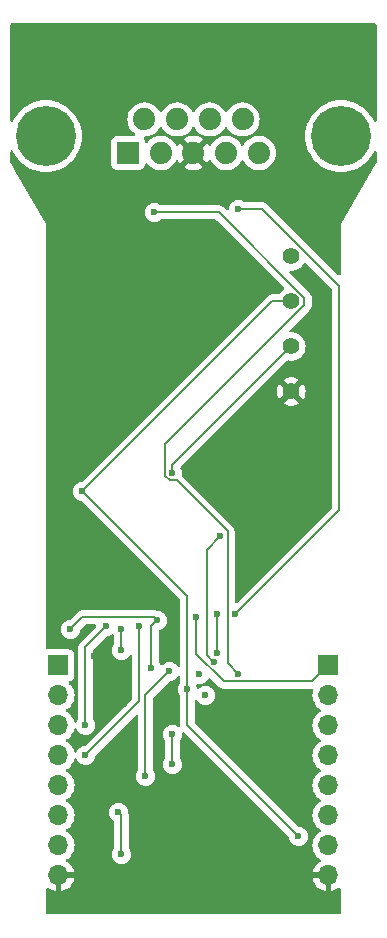
<source format=gbr>
%TF.GenerationSoftware,KiCad,Pcbnew,8.0.0*%
%TF.CreationDate,2025-04-28T20:28:04+05:30*%
%TF.ProjectId,ATA6503_mikrobus,41544136-3530-4335-9f6d-696b726f6275,rev?*%
%TF.SameCoordinates,Original*%
%TF.FileFunction,Copper,L2,Bot*%
%TF.FilePolarity,Positive*%
%FSLAX46Y46*%
G04 Gerber Fmt 4.6, Leading zero omitted, Abs format (unit mm)*
G04 Created by KiCad (PCBNEW 8.0.0) date 2025-04-28 20:28:04*
%MOMM*%
%LPD*%
G01*
G04 APERTURE LIST*
%TA.AperFunction,ComponentPad*%
%ADD10C,1.397000*%
%TD*%
%TA.AperFunction,ComponentPad*%
%ADD11R,1.879600X1.879600*%
%TD*%
%TA.AperFunction,ComponentPad*%
%ADD12C,1.879600*%
%TD*%
%TA.AperFunction,ComponentPad*%
%ADD13C,5.080000*%
%TD*%
%TA.AperFunction,ComponentPad*%
%ADD14R,1.700000X1.700000*%
%TD*%
%TA.AperFunction,ComponentPad*%
%ADD15O,1.700000X1.700000*%
%TD*%
%TA.AperFunction,ViaPad*%
%ADD16C,0.600000*%
%TD*%
%TA.AperFunction,Conductor*%
%ADD17C,0.200000*%
%TD*%
G04 APERTURE END LIST*
D10*
%TO.P,J4,1,Pin_1*%
%TO.N,Vbat*%
X132742000Y-65709800D03*
%TO.P,J4,2,Pin_2*%
%TO.N,VCC*%
X132742000Y-69519800D03*
%TO.P,J4,3,Pin_3*%
%TO.N,3.3V*%
X132742000Y-73329800D03*
%TO.P,J4,4,Pin_4*%
%TO.N,GND*%
X132742000Y-77139800D03*
%TD*%
D11*
%TO.P,J3,1,1*%
%TO.N,unconnected-(J3-Pad1)*%
X118920000Y-56945500D03*
D12*
%TO.P,J3,2,2*%
%TO.N,/CAN_L*%
X121690000Y-56945500D03*
%TO.P,J3,3,3*%
%TO.N,GND*%
X124460000Y-56945500D03*
%TO.P,J3,4,4*%
%TO.N,unconnected-(J3-Pad4)*%
X127230000Y-56945500D03*
%TO.P,J3,5,5*%
%TO.N,unconnected-(J3-Pad5)*%
X130000000Y-56945500D03*
%TO.P,J3,6,6*%
%TO.N,unconnected-(J3-Pad6)*%
X120310000Y-54105500D03*
%TO.P,J3,7,7*%
%TO.N,/CAN_H*%
X123080000Y-54105500D03*
%TO.P,J3,8,8*%
%TO.N,unconnected-(J3-Pad8)*%
X125840000Y-54105500D03*
%TO.P,J3,9,9*%
%TO.N,unconnected-(J3-Pad9)*%
X128610000Y-54105500D03*
D13*
%TO.P,J3,G1*%
%TO.N,N/C*%
X111960000Y-55525500D03*
%TO.P,J3,G2*%
X136960000Y-55525500D03*
%TD*%
D14*
%TO.P,J1,1,Pin_1*%
%TO.N,unconnected-(J1-Pin_1-Pad1)*%
X113030000Y-100330000D03*
D15*
%TO.P,J1,2,Pin_2*%
%TO.N,unconnected-(J1-Pin_2-Pad2)*%
X113030000Y-102870000D03*
%TO.P,J1,3,Pin_3*%
%TO.N,EP*%
X113030000Y-105410000D03*
%TO.P,J1,4,Pin_4*%
%TO.N,Comm*%
X113030000Y-107950000D03*
%TO.P,J1,5,Pin_5*%
%TO.N,unconnected-(J1-Pin_5-Pad5)*%
X113030000Y-110490000D03*
%TO.P,J1,6,Pin_6*%
%TO.N,unconnected-(J1-Pin_6-Pad6)*%
X113030000Y-113030000D03*
%TO.P,J1,7,Pin_7*%
%TO.N,3.3V*%
X113030000Y-115570000D03*
%TO.P,J1,8,Pin_8*%
%TO.N,GND*%
X113030000Y-118110000D03*
%TD*%
D14*
%TO.P,J2,1,Pin_1*%
%TO.N,/En*%
X135890000Y-100330000D03*
D15*
%TO.P,J2,2,Pin_2*%
%TO.N,/RST*%
X135890000Y-102870000D03*
%TO.P,J2,3,Pin_3*%
%TO.N,/Tx*%
X135890000Y-105410000D03*
%TO.P,J2,4,Pin_4*%
%TO.N,/Rx*%
X135890000Y-107950000D03*
%TO.P,J2,5,Pin_5*%
%TO.N,unconnected-(J2-Pin_5-Pad5)*%
X135890000Y-110490000D03*
%TO.P,J2,6,Pin_6*%
%TO.N,unconnected-(J2-Pin_6-Pad6)*%
X135890000Y-113030000D03*
%TO.P,J2,7,Pin_7*%
%TO.N,VCC*%
X135890000Y-115570000D03*
%TO.P,J2,8,Pin_8*%
%TO.N,GND*%
X135890000Y-118110000D03*
%TD*%
D16*
%TO.N,GND*%
X133604000Y-86868000D03*
X116078000Y-99568000D03*
X118618000Y-103632000D03*
X134112000Y-83820000D03*
X134112000Y-118872000D03*
X130810000Y-114554000D03*
X132842000Y-102870000D03*
%TO.N,Net-(D3-K)*%
X126492000Y-99314000D03*
X126492000Y-96012000D03*
%TO.N,/CAN_H*%
X128270000Y-61722000D03*
X128016000Y-96012000D03*
%TO.N,/CAN_L*%
X121158000Y-61976000D03*
X128270000Y-101092000D03*
%TO.N,VIO*%
X121412000Y-96520000D03*
X120904000Y-100584000D03*
X125476000Y-102870000D03*
X122682000Y-106172000D03*
X114046000Y-97282000D03*
X122682000Y-108712000D03*
%TO.N,3.3V*%
X122682000Y-84074000D03*
%TO.N,/RST*%
X122428000Y-100838000D03*
X120396000Y-109728000D03*
X124968000Y-101092000D03*
%TO.N,/En*%
X124714000Y-96266000D03*
%TO.N,Comm*%
X119888000Y-97028000D03*
X115316000Y-107950000D03*
%TO.N,EP*%
X115316000Y-105410000D03*
X117094000Y-97028000D03*
%TO.N,/Tx*%
X118364000Y-97282000D03*
X118364000Y-99060000D03*
X118364000Y-99060000D03*
%TO.N,VCC*%
X133350000Y-114808000D03*
X123952000Y-102362000D03*
X115062000Y-85598000D03*
%TO.N,Net-(R4-Pad1)*%
X118364000Y-116332000D03*
X118110000Y-112776000D03*
%TO.N,/WUP*%
X126746000Y-89408000D03*
X126238000Y-100076000D03*
%TD*%
D17*
%TO.N,GND*%
X116078000Y-101092000D02*
X116078000Y-99568000D01*
X134112000Y-83820000D02*
X134112000Y-86360000D01*
X134112000Y-118872000D02*
X130810000Y-115570000D01*
X130810000Y-115570000D02*
X130810000Y-114554000D01*
X134112000Y-86360000D02*
X133604000Y-86868000D01*
X118618000Y-103632000D02*
X116078000Y-101092000D01*
%TO.N,Net-(D3-K)*%
X126492000Y-99314000D02*
X126492000Y-96012000D01*
%TO.N,/CAN_H*%
X136814000Y-68234000D02*
X130302000Y-61722000D01*
X136814000Y-87214000D02*
X136814000Y-68234000D01*
X130302000Y-61722000D02*
X128270000Y-61722000D01*
X128016000Y-96012000D02*
X136814000Y-87214000D01*
%TO.N,/CAN_L*%
X133858000Y-69815893D02*
X122082000Y-81591893D01*
X123028000Y-84674000D02*
X127346000Y-88992000D01*
X122082000Y-81591893D02*
X122082000Y-84322529D01*
X122082000Y-84322529D02*
X122433471Y-84674000D01*
X127346000Y-100168000D02*
X128270000Y-101092000D01*
X122433471Y-84674000D02*
X123028000Y-84674000D01*
X127346000Y-88992000D02*
X127346000Y-100168000D01*
X133858000Y-69223707D02*
X133858000Y-69815893D01*
X126610293Y-61976000D02*
X133858000Y-69223707D01*
X121158000Y-61976000D02*
X126610293Y-61976000D01*
%TO.N,VIO*%
X120904000Y-97028000D02*
X121412000Y-96520000D01*
X115062000Y-96266000D02*
X114046000Y-97282000D01*
X121412000Y-96520000D02*
X121158000Y-96266000D01*
X121158000Y-96266000D02*
X115062000Y-96266000D01*
X122682000Y-106172000D02*
X122682000Y-108712000D01*
X120904000Y-100584000D02*
X120904000Y-97028000D01*
%TO.N,3.3V*%
X132742000Y-73329800D02*
X122682000Y-83389800D01*
X122682000Y-83389800D02*
X122682000Y-84074000D01*
%TO.N,/RST*%
X120396000Y-109728000D02*
X120396000Y-102870000D01*
X120396000Y-102870000D02*
X122428000Y-100838000D01*
%TO.N,/En*%
X134528000Y-101692000D02*
X135890000Y-100330000D01*
X127005471Y-101692000D02*
X134528000Y-101692000D01*
X124714000Y-99400529D02*
X127005471Y-101692000D01*
X124714000Y-96266000D02*
X124714000Y-99400529D01*
%TO.N,Comm*%
X119888000Y-97028000D02*
X119888000Y-103378000D01*
X119888000Y-103378000D02*
X115316000Y-107950000D01*
%TO.N,EP*%
X117094000Y-97028000D02*
X115316000Y-98806000D01*
X115316000Y-98806000D02*
X115316000Y-105410000D01*
%TO.N,/Tx*%
X118364000Y-99060000D02*
X118364000Y-97282000D01*
%TO.N,VCC*%
X123952000Y-105410000D02*
X123952000Y-102362000D01*
X133350000Y-114808000D02*
X123952000Y-105410000D01*
X123952000Y-94488000D02*
X115062000Y-85598000D01*
X131140200Y-69519800D02*
X132742000Y-69519800D01*
X115062000Y-85598000D02*
X131140200Y-69519800D01*
X123952000Y-102362000D02*
X123952000Y-94488000D01*
%TO.N,Net-(R4-Pad1)*%
X118364000Y-116332000D02*
X118364000Y-113030000D01*
X118364000Y-113030000D02*
X118110000Y-112776000D01*
%TO.N,/WUP*%
X126746000Y-89408000D02*
X125562529Y-90591471D01*
X125562529Y-99487058D02*
X126151471Y-100076000D01*
X126746000Y-89408000D02*
X126838000Y-89500000D01*
X126151471Y-100076000D02*
X126238000Y-100076000D01*
X125562529Y-90591471D02*
X125562529Y-99487058D01*
%TD*%
%TA.AperFunction,Conductor*%
%TO.N,GND*%
G36*
X123307743Y-101208744D02*
G01*
X123346115Y-101267133D01*
X123351500Y-101303280D01*
X123351500Y-101779587D01*
X123331815Y-101846626D01*
X123324450Y-101856896D01*
X123322186Y-101859734D01*
X123226211Y-102012476D01*
X123166631Y-102182745D01*
X123166630Y-102182750D01*
X123146435Y-102361996D01*
X123146435Y-102362003D01*
X123166630Y-102541249D01*
X123166631Y-102541254D01*
X123226211Y-102711523D01*
X123322185Y-102864263D01*
X123324445Y-102867097D01*
X123325334Y-102869275D01*
X123325889Y-102870158D01*
X123325734Y-102870255D01*
X123350855Y-102931783D01*
X123351500Y-102944412D01*
X123351500Y-105323330D01*
X123351499Y-105323348D01*
X123351499Y-105422904D01*
X123331814Y-105489943D01*
X123279010Y-105535698D01*
X123209852Y-105545642D01*
X123161527Y-105527898D01*
X123031523Y-105446211D01*
X122861254Y-105386631D01*
X122861249Y-105386630D01*
X122682004Y-105366435D01*
X122681996Y-105366435D01*
X122502750Y-105386630D01*
X122502745Y-105386631D01*
X122332476Y-105446211D01*
X122179737Y-105542184D01*
X122052184Y-105669737D01*
X121956211Y-105822476D01*
X121896631Y-105992745D01*
X121896630Y-105992750D01*
X121876435Y-106171996D01*
X121876435Y-106172003D01*
X121896630Y-106351249D01*
X121896631Y-106351254D01*
X121956211Y-106521523D01*
X122052185Y-106674263D01*
X122054445Y-106677097D01*
X122055334Y-106679275D01*
X122055889Y-106680158D01*
X122055734Y-106680255D01*
X122080855Y-106741783D01*
X122081500Y-106754412D01*
X122081500Y-108129587D01*
X122061815Y-108196626D01*
X122054450Y-108206896D01*
X122052186Y-108209734D01*
X121956211Y-108362476D01*
X121896631Y-108532745D01*
X121896630Y-108532750D01*
X121876435Y-108711996D01*
X121876435Y-108712003D01*
X121896630Y-108891249D01*
X121896631Y-108891254D01*
X121956211Y-109061523D01*
X122040974Y-109196422D01*
X122052184Y-109214262D01*
X122179738Y-109341816D01*
X122332478Y-109437789D01*
X122502745Y-109497368D01*
X122502750Y-109497369D01*
X122681996Y-109517565D01*
X122682000Y-109517565D01*
X122682004Y-109517565D01*
X122861249Y-109497369D01*
X122861252Y-109497368D01*
X122861255Y-109497368D01*
X123031522Y-109437789D01*
X123184262Y-109341816D01*
X123311816Y-109214262D01*
X123407789Y-109061522D01*
X123467368Y-108891255D01*
X123473549Y-108836396D01*
X123487565Y-108712003D01*
X123487565Y-108711996D01*
X123467369Y-108532750D01*
X123467368Y-108532745D01*
X123425699Y-108413663D01*
X123407789Y-108362478D01*
X123311816Y-108209738D01*
X123311814Y-108209736D01*
X123311813Y-108209734D01*
X123309550Y-108206896D01*
X123308659Y-108204715D01*
X123308111Y-108203842D01*
X123308264Y-108203745D01*
X123283144Y-108142209D01*
X123282500Y-108129587D01*
X123282500Y-106754412D01*
X123302185Y-106687373D01*
X123309555Y-106677097D01*
X123311810Y-106674267D01*
X123311816Y-106674262D01*
X123407789Y-106521522D01*
X123467368Y-106351255D01*
X123473549Y-106296396D01*
X123487565Y-106172003D01*
X123487565Y-106171997D01*
X123479345Y-106099046D01*
X123491399Y-106030224D01*
X123538748Y-105978845D01*
X123606358Y-105961220D01*
X123672764Y-105982946D01*
X123690246Y-105997481D01*
X132519298Y-114826533D01*
X132552783Y-114887856D01*
X132554837Y-114900330D01*
X132564630Y-114987249D01*
X132624210Y-115157521D01*
X132720184Y-115310262D01*
X132847738Y-115437816D01*
X133000478Y-115533789D01*
X133103963Y-115570000D01*
X133170745Y-115593368D01*
X133170750Y-115593369D01*
X133349996Y-115613565D01*
X133350000Y-115613565D01*
X133350004Y-115613565D01*
X133529249Y-115593369D01*
X133529252Y-115593368D01*
X133529255Y-115593368D01*
X133699522Y-115533789D01*
X133852262Y-115437816D01*
X133979816Y-115310262D01*
X134075789Y-115157522D01*
X134135368Y-114987255D01*
X134145162Y-114900330D01*
X134155565Y-114808003D01*
X134155565Y-114807996D01*
X134135369Y-114628750D01*
X134135368Y-114628745D01*
X134075789Y-114458478D01*
X133979816Y-114305738D01*
X133852262Y-114178184D01*
X133699521Y-114082210D01*
X133529249Y-114022630D01*
X133442330Y-114012837D01*
X133377916Y-113985770D01*
X133368533Y-113977298D01*
X124588819Y-105197584D01*
X124555334Y-105136261D01*
X124552500Y-105109903D01*
X124552500Y-103335280D01*
X124572185Y-103268241D01*
X124624989Y-103222486D01*
X124694147Y-103212542D01*
X124757703Y-103241567D01*
X124781492Y-103269306D01*
X124846184Y-103372262D01*
X124973738Y-103499816D01*
X125126478Y-103595789D01*
X125296745Y-103655368D01*
X125296750Y-103655369D01*
X125475996Y-103675565D01*
X125476000Y-103675565D01*
X125476004Y-103675565D01*
X125655249Y-103655369D01*
X125655252Y-103655368D01*
X125655255Y-103655368D01*
X125825522Y-103595789D01*
X125978262Y-103499816D01*
X126105816Y-103372262D01*
X126201789Y-103219522D01*
X126261368Y-103049255D01*
X126274604Y-102931783D01*
X126281565Y-102870003D01*
X126281565Y-102869996D01*
X126261369Y-102690750D01*
X126261368Y-102690745D01*
X126201788Y-102520476D01*
X126105815Y-102367737D01*
X125978262Y-102240184D01*
X125825523Y-102144211D01*
X125655254Y-102084631D01*
X125655249Y-102084630D01*
X125476004Y-102064435D01*
X125475996Y-102064435D01*
X125296232Y-102084689D01*
X125255487Y-102077552D01*
X125209687Y-102114847D01*
X125202606Y-102117571D01*
X125126479Y-102144209D01*
X124973739Y-102240183D01*
X124949191Y-102264731D01*
X124887867Y-102298215D01*
X124818175Y-102293229D01*
X124762243Y-102251357D01*
X124738291Y-102190931D01*
X124737369Y-102182750D01*
X124737366Y-102182737D01*
X124689197Y-102045078D01*
X124685635Y-101975299D01*
X124720363Y-101914672D01*
X124782357Y-101882444D01*
X124820120Y-101880903D01*
X124890378Y-101888819D01*
X124967997Y-101897565D01*
X124968000Y-101897565D01*
X124968003Y-101897565D01*
X125047673Y-101888588D01*
X125147255Y-101877368D01*
X125147256Y-101877367D01*
X125147766Y-101877310D01*
X125188512Y-101884446D01*
X125234313Y-101847151D01*
X125241395Y-101844427D01*
X125243643Y-101843640D01*
X125317522Y-101817789D01*
X125470262Y-101721816D01*
X125597816Y-101594262D01*
X125692857Y-101443004D01*
X125745192Y-101396714D01*
X125814245Y-101386066D01*
X125878094Y-101414441D01*
X125885532Y-101421296D01*
X126520610Y-102056374D01*
X126520620Y-102056385D01*
X126524950Y-102060715D01*
X126524951Y-102060716D01*
X126636755Y-102172520D01*
X126636757Y-102172521D01*
X126636761Y-102172524D01*
X126773306Y-102251357D01*
X126773687Y-102251577D01*
X126885490Y-102281534D01*
X126926413Y-102292500D01*
X126926414Y-102292500D01*
X134441331Y-102292500D01*
X134441347Y-102292501D01*
X134484999Y-102292501D01*
X134552038Y-102312186D01*
X134597793Y-102364990D01*
X134607737Y-102434148D01*
X134604774Y-102448594D01*
X134554938Y-102634586D01*
X134554936Y-102634596D01*
X134534341Y-102869999D01*
X134534341Y-102870000D01*
X134554936Y-103105403D01*
X134554938Y-103105413D01*
X134616094Y-103333655D01*
X134616096Y-103333659D01*
X134616097Y-103333663D01*
X134634096Y-103372262D01*
X134715965Y-103547830D01*
X134715967Y-103547834D01*
X134851501Y-103741395D01*
X134851506Y-103741402D01*
X135018597Y-103908493D01*
X135018603Y-103908498D01*
X135204158Y-104038425D01*
X135247783Y-104093002D01*
X135254977Y-104162500D01*
X135223454Y-104224855D01*
X135204158Y-104241575D01*
X135018597Y-104371505D01*
X134851505Y-104538597D01*
X134715965Y-104732169D01*
X134715964Y-104732171D01*
X134616098Y-104946335D01*
X134616094Y-104946344D01*
X134554938Y-105174586D01*
X134554936Y-105174596D01*
X134534341Y-105409999D01*
X134534341Y-105410000D01*
X134554936Y-105645403D01*
X134554938Y-105645413D01*
X134616094Y-105873655D01*
X134616096Y-105873659D01*
X134616097Y-105873663D01*
X134689103Y-106030224D01*
X134715965Y-106087830D01*
X134715967Y-106087834D01*
X134851501Y-106281395D01*
X134851506Y-106281402D01*
X135018597Y-106448493D01*
X135018603Y-106448498D01*
X135204158Y-106578425D01*
X135247783Y-106633002D01*
X135254977Y-106702500D01*
X135223454Y-106764855D01*
X135204158Y-106781575D01*
X135018597Y-106911505D01*
X134851505Y-107078597D01*
X134715965Y-107272169D01*
X134715964Y-107272171D01*
X134616098Y-107486335D01*
X134616094Y-107486344D01*
X134554938Y-107714586D01*
X134554936Y-107714596D01*
X134534341Y-107949999D01*
X134534341Y-107950000D01*
X134554936Y-108185403D01*
X134554938Y-108185413D01*
X134616094Y-108413655D01*
X134616096Y-108413659D01*
X134616097Y-108413663D01*
X134693575Y-108579815D01*
X134715965Y-108627830D01*
X134715967Y-108627834D01*
X134851501Y-108821395D01*
X134851506Y-108821402D01*
X135018597Y-108988493D01*
X135018603Y-108988498D01*
X135204158Y-109118425D01*
X135247783Y-109173002D01*
X135254977Y-109242500D01*
X135223454Y-109304855D01*
X135204158Y-109321575D01*
X135018597Y-109451505D01*
X134851505Y-109618597D01*
X134715965Y-109812169D01*
X134715964Y-109812171D01*
X134616098Y-110026335D01*
X134616094Y-110026344D01*
X134554938Y-110254586D01*
X134554936Y-110254596D01*
X134534341Y-110489999D01*
X134534341Y-110490000D01*
X134554936Y-110725403D01*
X134554938Y-110725413D01*
X134616094Y-110953655D01*
X134616096Y-110953659D01*
X134616097Y-110953663D01*
X134715965Y-111167830D01*
X134715967Y-111167834D01*
X134851501Y-111361395D01*
X134851506Y-111361402D01*
X135018597Y-111528493D01*
X135018603Y-111528498D01*
X135204158Y-111658425D01*
X135247783Y-111713002D01*
X135254977Y-111782500D01*
X135223454Y-111844855D01*
X135204158Y-111861575D01*
X135018597Y-111991505D01*
X134851505Y-112158597D01*
X134715965Y-112352169D01*
X134715964Y-112352171D01*
X134616098Y-112566335D01*
X134616094Y-112566344D01*
X134554938Y-112794586D01*
X134554936Y-112794596D01*
X134534341Y-113029999D01*
X134534341Y-113030000D01*
X134554936Y-113265403D01*
X134554938Y-113265413D01*
X134616094Y-113493655D01*
X134616096Y-113493659D01*
X134616097Y-113493663D01*
X134652729Y-113572220D01*
X134715965Y-113707830D01*
X134715967Y-113707834D01*
X134851501Y-113901395D01*
X134851506Y-113901402D01*
X135018597Y-114068493D01*
X135018603Y-114068498D01*
X135204158Y-114198425D01*
X135247783Y-114253002D01*
X135254977Y-114322500D01*
X135223454Y-114384855D01*
X135204158Y-114401575D01*
X135018597Y-114531505D01*
X134851505Y-114698597D01*
X134715965Y-114892169D01*
X134715964Y-114892171D01*
X134616098Y-115106335D01*
X134616094Y-115106344D01*
X134554938Y-115334586D01*
X134554936Y-115334596D01*
X134534341Y-115569999D01*
X134534341Y-115570000D01*
X134554936Y-115805403D01*
X134554938Y-115805413D01*
X134616094Y-116033655D01*
X134616096Y-116033659D01*
X134616097Y-116033663D01*
X134715965Y-116247830D01*
X134715967Y-116247834D01*
X134851501Y-116441395D01*
X134851506Y-116441402D01*
X135018597Y-116608493D01*
X135018603Y-116608498D01*
X135204594Y-116738730D01*
X135248219Y-116793307D01*
X135255413Y-116862805D01*
X135223890Y-116925160D01*
X135204595Y-116941880D01*
X135018922Y-117071890D01*
X135018920Y-117071891D01*
X134851891Y-117238920D01*
X134851886Y-117238926D01*
X134716400Y-117432420D01*
X134716399Y-117432422D01*
X134616570Y-117646507D01*
X134616567Y-117646513D01*
X134559364Y-117859999D01*
X134559364Y-117860000D01*
X135456988Y-117860000D01*
X135424075Y-117917007D01*
X135390000Y-118044174D01*
X135390000Y-118175826D01*
X135424075Y-118302993D01*
X135456988Y-118360000D01*
X134559364Y-118360000D01*
X134616567Y-118573486D01*
X134616570Y-118573492D01*
X134716399Y-118787578D01*
X134851894Y-118981082D01*
X135018917Y-119148105D01*
X135212421Y-119283600D01*
X135426507Y-119383429D01*
X135426516Y-119383433D01*
X135640000Y-119440634D01*
X135640000Y-118543012D01*
X135697007Y-118575925D01*
X135824174Y-118610000D01*
X135955826Y-118610000D01*
X136082993Y-118575925D01*
X136140000Y-118543012D01*
X136140000Y-119440633D01*
X136353483Y-119383433D01*
X136353492Y-119383429D01*
X136567579Y-119283599D01*
X136567585Y-119283595D01*
X136718376Y-119178010D01*
X136784582Y-119155682D01*
X136852349Y-119172692D01*
X136900163Y-119223639D01*
X136913500Y-119279584D01*
X136913500Y-121295500D01*
X136893815Y-121362539D01*
X136841011Y-121408294D01*
X136789500Y-121419500D01*
X112130500Y-121419500D01*
X112063461Y-121399815D01*
X112017706Y-121347011D01*
X112006500Y-121295500D01*
X112006500Y-119279584D01*
X112026185Y-119212545D01*
X112078989Y-119166790D01*
X112148147Y-119156846D01*
X112201624Y-119178010D01*
X112352414Y-119283595D01*
X112352420Y-119283599D01*
X112566507Y-119383429D01*
X112566516Y-119383433D01*
X112780000Y-119440634D01*
X112780000Y-118543012D01*
X112837007Y-118575925D01*
X112964174Y-118610000D01*
X113095826Y-118610000D01*
X113222993Y-118575925D01*
X113280000Y-118543012D01*
X113280000Y-119440633D01*
X113493483Y-119383433D01*
X113493492Y-119383429D01*
X113707578Y-119283600D01*
X113901082Y-119148105D01*
X114068105Y-118981082D01*
X114203600Y-118787578D01*
X114303429Y-118573492D01*
X114303432Y-118573486D01*
X114360636Y-118360000D01*
X113463012Y-118360000D01*
X113495925Y-118302993D01*
X113530000Y-118175826D01*
X113530000Y-118044174D01*
X113495925Y-117917007D01*
X113463012Y-117860000D01*
X114360636Y-117860000D01*
X114360635Y-117859999D01*
X114303432Y-117646513D01*
X114303429Y-117646507D01*
X114203600Y-117432422D01*
X114203599Y-117432420D01*
X114068113Y-117238926D01*
X114068108Y-117238920D01*
X113901078Y-117071890D01*
X113715405Y-116941879D01*
X113671780Y-116887302D01*
X113664588Y-116817804D01*
X113696110Y-116755449D01*
X113715406Y-116738730D01*
X113797106Y-116681523D01*
X113901401Y-116608495D01*
X114068495Y-116441401D01*
X114204035Y-116247830D01*
X114303903Y-116033663D01*
X114365063Y-115805408D01*
X114385659Y-115570000D01*
X114365063Y-115334592D01*
X114303903Y-115106337D01*
X114204035Y-114892171D01*
X114145101Y-114808003D01*
X114068494Y-114698597D01*
X113901402Y-114531506D01*
X113901396Y-114531501D01*
X113715842Y-114401575D01*
X113672217Y-114346998D01*
X113665023Y-114277500D01*
X113696546Y-114215145D01*
X113715842Y-114198425D01*
X113744749Y-114178184D01*
X113901401Y-114068495D01*
X114068495Y-113901401D01*
X114204035Y-113707830D01*
X114303903Y-113493663D01*
X114365063Y-113265408D01*
X114385659Y-113030000D01*
X114365063Y-112794592D01*
X114360082Y-112776003D01*
X117304435Y-112776003D01*
X117324630Y-112955249D01*
X117324631Y-112955254D01*
X117384211Y-113125523D01*
X117472104Y-113265403D01*
X117480184Y-113278262D01*
X117607738Y-113405816D01*
X117705472Y-113467226D01*
X117751763Y-113519561D01*
X117763500Y-113572220D01*
X117763500Y-115749587D01*
X117743815Y-115816626D01*
X117736450Y-115826896D01*
X117734186Y-115829734D01*
X117638211Y-115982476D01*
X117578631Y-116152745D01*
X117578630Y-116152750D01*
X117558435Y-116331996D01*
X117558435Y-116332003D01*
X117578630Y-116511249D01*
X117578631Y-116511254D01*
X117638211Y-116681523D01*
X117684662Y-116755449D01*
X117734184Y-116834262D01*
X117861738Y-116961816D01*
X118014478Y-117057789D01*
X118184745Y-117117368D01*
X118184750Y-117117369D01*
X118363996Y-117137565D01*
X118364000Y-117137565D01*
X118364004Y-117137565D01*
X118543249Y-117117369D01*
X118543252Y-117117368D01*
X118543255Y-117117368D01*
X118713522Y-117057789D01*
X118866262Y-116961816D01*
X118993816Y-116834262D01*
X119089789Y-116681522D01*
X119149368Y-116511255D01*
X119155549Y-116456396D01*
X119169565Y-116332003D01*
X119169565Y-116331996D01*
X119149369Y-116152750D01*
X119149368Y-116152745D01*
X119107699Y-116033663D01*
X119089789Y-115982478D01*
X118993816Y-115829738D01*
X118993814Y-115829736D01*
X118993813Y-115829734D01*
X118991550Y-115826896D01*
X118990659Y-115824715D01*
X118990111Y-115823842D01*
X118990264Y-115823745D01*
X118965144Y-115762209D01*
X118964500Y-115749587D01*
X118964500Y-112950945D01*
X118964498Y-112950936D01*
X118959644Y-112932818D01*
X118923577Y-112798215D01*
X118923573Y-112798208D01*
X118922710Y-112796123D01*
X118914049Y-112762548D01*
X118895369Y-112596750D01*
X118895368Y-112596745D01*
X118835788Y-112426476D01*
X118789099Y-112352171D01*
X118739816Y-112273738D01*
X118612262Y-112146184D01*
X118608156Y-112143604D01*
X118459523Y-112050211D01*
X118289254Y-111990631D01*
X118289249Y-111990630D01*
X118110004Y-111970435D01*
X118109996Y-111970435D01*
X117930750Y-111990630D01*
X117930745Y-111990631D01*
X117760476Y-112050211D01*
X117607737Y-112146184D01*
X117480184Y-112273737D01*
X117384211Y-112426476D01*
X117324631Y-112596745D01*
X117324630Y-112596750D01*
X117304435Y-112775996D01*
X117304435Y-112776003D01*
X114360082Y-112776003D01*
X114303903Y-112566337D01*
X114204035Y-112352171D01*
X114149116Y-112273737D01*
X114068494Y-112158597D01*
X113901402Y-111991506D01*
X113901396Y-111991501D01*
X113715842Y-111861575D01*
X113672217Y-111806998D01*
X113665023Y-111737500D01*
X113696546Y-111675145D01*
X113715842Y-111658425D01*
X113738026Y-111642891D01*
X113901401Y-111528495D01*
X114068495Y-111361401D01*
X114204035Y-111167830D01*
X114303903Y-110953663D01*
X114365063Y-110725408D01*
X114385659Y-110490000D01*
X114365063Y-110254592D01*
X114303903Y-110026337D01*
X114204035Y-109812171D01*
X114145101Y-109728003D01*
X114068494Y-109618597D01*
X113901402Y-109451506D01*
X113901396Y-109451501D01*
X113715842Y-109321575D01*
X113672217Y-109266998D01*
X113665023Y-109197500D01*
X113696546Y-109135145D01*
X113715842Y-109118425D01*
X113797106Y-109061523D01*
X113901401Y-108988495D01*
X114068495Y-108821401D01*
X114204035Y-108627830D01*
X114303903Y-108413663D01*
X114341341Y-108273937D01*
X114377705Y-108214279D01*
X114440552Y-108183749D01*
X114509928Y-108192043D01*
X114563806Y-108236528D01*
X114578157Y-108265077D01*
X114590209Y-108299519D01*
X114590211Y-108299522D01*
X114686184Y-108452262D01*
X114813738Y-108579816D01*
X114966478Y-108675789D01*
X115069952Y-108711996D01*
X115136745Y-108735368D01*
X115136750Y-108735369D01*
X115315996Y-108755565D01*
X115316000Y-108755565D01*
X115316004Y-108755565D01*
X115495249Y-108735369D01*
X115495252Y-108735368D01*
X115495255Y-108735368D01*
X115665522Y-108675789D01*
X115818262Y-108579816D01*
X115945816Y-108452262D01*
X116041789Y-108299522D01*
X116101368Y-108129255D01*
X116111161Y-108042329D01*
X116138226Y-107977918D01*
X116146690Y-107968543D01*
X119583821Y-104531413D01*
X119645142Y-104497930D01*
X119714834Y-104502914D01*
X119770767Y-104544786D01*
X119795184Y-104610250D01*
X119795500Y-104619096D01*
X119795500Y-109145587D01*
X119775815Y-109212626D01*
X119768450Y-109222896D01*
X119766186Y-109225734D01*
X119670211Y-109378476D01*
X119610631Y-109548745D01*
X119610630Y-109548750D01*
X119590435Y-109727996D01*
X119590435Y-109728003D01*
X119610630Y-109907249D01*
X119610631Y-109907254D01*
X119670211Y-110077523D01*
X119766184Y-110230262D01*
X119893738Y-110357816D01*
X120046478Y-110453789D01*
X120149963Y-110490000D01*
X120216745Y-110513368D01*
X120216750Y-110513369D01*
X120395996Y-110533565D01*
X120396000Y-110533565D01*
X120396004Y-110533565D01*
X120575249Y-110513369D01*
X120575252Y-110513368D01*
X120575255Y-110513368D01*
X120745522Y-110453789D01*
X120898262Y-110357816D01*
X121025816Y-110230262D01*
X121121789Y-110077522D01*
X121181368Y-109907255D01*
X121181369Y-109907249D01*
X121201565Y-109728003D01*
X121201565Y-109727996D01*
X121181369Y-109548750D01*
X121181368Y-109548745D01*
X121163390Y-109497368D01*
X121121789Y-109378478D01*
X121025816Y-109225738D01*
X121025814Y-109225736D01*
X121025813Y-109225734D01*
X121023550Y-109222896D01*
X121022659Y-109220715D01*
X121022111Y-109219842D01*
X121022264Y-109219745D01*
X120997144Y-109158209D01*
X120996500Y-109145587D01*
X120996500Y-103170096D01*
X121016185Y-103103057D01*
X121032814Y-103082420D01*
X122446535Y-101668698D01*
X122507856Y-101635215D01*
X122520311Y-101633163D01*
X122607255Y-101623368D01*
X122777522Y-101563789D01*
X122930262Y-101467816D01*
X123057816Y-101340262D01*
X123122506Y-101237307D01*
X123174841Y-101191017D01*
X123243894Y-101180369D01*
X123307743Y-101208744D01*
G37*
%TD.AperFunction*%
%TA.AperFunction,Conductor*%
G36*
X117667260Y-97698816D02*
G01*
X117704153Y-97736469D01*
X117725561Y-97770539D01*
X117734184Y-97784262D01*
X117734185Y-97784263D01*
X117736445Y-97787097D01*
X117737335Y-97789277D01*
X117737888Y-97790157D01*
X117737733Y-97790253D01*
X117762855Y-97851783D01*
X117763500Y-97864412D01*
X117763500Y-98477587D01*
X117743815Y-98544626D01*
X117736450Y-98554896D01*
X117734186Y-98557734D01*
X117638211Y-98710476D01*
X117578631Y-98880745D01*
X117578630Y-98880750D01*
X117558435Y-99059996D01*
X117558435Y-99060003D01*
X117578630Y-99239249D01*
X117578631Y-99239254D01*
X117638211Y-99409523D01*
X117734184Y-99562262D01*
X117861738Y-99689816D01*
X118014478Y-99785789D01*
X118184745Y-99845368D01*
X118184750Y-99845369D01*
X118363996Y-99865565D01*
X118364000Y-99865565D01*
X118364004Y-99865565D01*
X118543249Y-99845369D01*
X118543252Y-99845368D01*
X118543255Y-99845368D01*
X118713522Y-99785789D01*
X118866262Y-99689816D01*
X118993816Y-99562262D01*
X119058506Y-99459307D01*
X119110841Y-99413017D01*
X119179894Y-99402369D01*
X119243743Y-99430744D01*
X119282115Y-99489133D01*
X119287500Y-99525280D01*
X119287500Y-103077902D01*
X119267815Y-103144941D01*
X119251181Y-103165583D01*
X115297465Y-107119298D01*
X115236142Y-107152783D01*
X115223668Y-107154837D01*
X115136750Y-107164630D01*
X114966478Y-107224210D01*
X114813737Y-107320184D01*
X114686184Y-107447737D01*
X114590209Y-107600479D01*
X114578157Y-107634923D01*
X114537435Y-107691699D01*
X114472482Y-107717445D01*
X114403920Y-107703988D01*
X114353518Y-107655600D01*
X114341341Y-107626060D01*
X114334486Y-107600478D01*
X114303903Y-107486337D01*
X114204035Y-107272171D01*
X114170454Y-107224211D01*
X114068494Y-107078597D01*
X113901402Y-106911506D01*
X113901396Y-106911501D01*
X113715842Y-106781575D01*
X113672217Y-106726998D01*
X113665023Y-106657500D01*
X113696546Y-106595145D01*
X113715842Y-106578425D01*
X113797106Y-106521523D01*
X113901401Y-106448495D01*
X114068495Y-106281401D01*
X114204035Y-106087830D01*
X114303903Y-105873663D01*
X114341341Y-105733937D01*
X114377705Y-105674279D01*
X114440552Y-105643749D01*
X114509928Y-105652043D01*
X114563806Y-105696528D01*
X114578157Y-105725077D01*
X114590209Y-105759519D01*
X114590211Y-105759522D01*
X114686184Y-105912262D01*
X114813738Y-106039816D01*
X114966478Y-106135789D01*
X115069952Y-106171996D01*
X115136745Y-106195368D01*
X115136750Y-106195369D01*
X115315996Y-106215565D01*
X115316000Y-106215565D01*
X115316004Y-106215565D01*
X115495249Y-106195369D01*
X115495252Y-106195368D01*
X115495255Y-106195368D01*
X115665522Y-106135789D01*
X115818262Y-106039816D01*
X115945816Y-105912262D01*
X116041789Y-105759522D01*
X116101368Y-105589255D01*
X116106672Y-105542184D01*
X116121565Y-105410003D01*
X116121565Y-105409996D01*
X116101369Y-105230750D01*
X116101368Y-105230745D01*
X116089764Y-105197584D01*
X116041789Y-105060478D01*
X115945816Y-104907738D01*
X115945814Y-104907736D01*
X115945813Y-104907734D01*
X115943550Y-104904896D01*
X115942659Y-104902715D01*
X115942111Y-104901842D01*
X115942264Y-104901745D01*
X115917144Y-104840209D01*
X115916500Y-104827587D01*
X115916500Y-99106097D01*
X115936185Y-99039058D01*
X115952819Y-99018416D01*
X116493648Y-98477587D01*
X117112536Y-97858698D01*
X117173857Y-97825215D01*
X117186310Y-97823163D01*
X117273255Y-97813368D01*
X117443522Y-97753789D01*
X117533188Y-97697447D01*
X117600424Y-97678448D01*
X117667260Y-97698816D01*
G37*
%TD.AperFunction*%
%TA.AperFunction,Conductor*%
G36*
X139904539Y-45986185D02*
G01*
X139950294Y-46038989D01*
X139961500Y-46090500D01*
X139961500Y-54203162D01*
X139941815Y-54270201D01*
X139889011Y-54315956D01*
X139819853Y-54325900D01*
X139756297Y-54296875D01*
X139722939Y-54250615D01*
X139703712Y-54204199D01*
X139703712Y-54204198D01*
X139538522Y-53905308D01*
X139538520Y-53905306D01*
X139538519Y-53905303D01*
X139538516Y-53905298D01*
X139340907Y-53626796D01*
X139340906Y-53626795D01*
X139340904Y-53626792D01*
X139113346Y-53372154D01*
X138858708Y-53144596D01*
X138858705Y-53144594D01*
X138858703Y-53144592D01*
X138580201Y-52946983D01*
X138580196Y-52946980D01*
X138281669Y-52781991D01*
X138281302Y-52781788D01*
X137965796Y-52651101D01*
X137881448Y-52626800D01*
X137637646Y-52556562D01*
X137637637Y-52556560D01*
X137300971Y-52499358D01*
X137300959Y-52499356D01*
X136960000Y-52480209D01*
X136619040Y-52499356D01*
X136619028Y-52499358D01*
X136282362Y-52556560D01*
X136282353Y-52556562D01*
X135954207Y-52651100D01*
X135954204Y-52651101D01*
X135920166Y-52665200D01*
X135638699Y-52781787D01*
X135339803Y-52946980D01*
X135339798Y-52946983D01*
X135061296Y-53144592D01*
X134806654Y-53372154D01*
X134579092Y-53626796D01*
X134381483Y-53905298D01*
X134381480Y-53905303D01*
X134216287Y-54204199D01*
X134085600Y-54519707D01*
X133991062Y-54847853D01*
X133991060Y-54847862D01*
X133933858Y-55184528D01*
X133933856Y-55184540D01*
X133914709Y-55525500D01*
X133933856Y-55866459D01*
X133933858Y-55866471D01*
X133967424Y-56064026D01*
X133991061Y-56203141D01*
X134085601Y-56531296D01*
X134188948Y-56780798D01*
X134216287Y-56846800D01*
X134381480Y-57145696D01*
X134381483Y-57145701D01*
X134572397Y-57414767D01*
X134579096Y-57424208D01*
X134806654Y-57678846D01*
X135061292Y-57906404D01*
X135061295Y-57906406D01*
X135061296Y-57906407D01*
X135339798Y-58104016D01*
X135339803Y-58104019D01*
X135339806Y-58104020D01*
X135339808Y-58104022D01*
X135638698Y-58269212D01*
X135954204Y-58399899D01*
X136282359Y-58494439D01*
X136619036Y-58551643D01*
X136960000Y-58570791D01*
X137300964Y-58551643D01*
X137637641Y-58494439D01*
X137965796Y-58399899D01*
X138281302Y-58269212D01*
X138580192Y-58104022D01*
X138580197Y-58104018D01*
X138580201Y-58104016D01*
X138759549Y-57976761D01*
X138858708Y-57906404D01*
X139113346Y-57678846D01*
X139340904Y-57424208D01*
X139511780Y-57183381D01*
X139538516Y-57145701D01*
X139538519Y-57145696D01*
X139538522Y-57145692D01*
X139703712Y-56846802D01*
X139722939Y-56800385D01*
X139766780Y-56745981D01*
X139833074Y-56723916D01*
X139900773Y-56741195D01*
X139948384Y-56792332D01*
X139961500Y-56847837D01*
X139961500Y-57746155D01*
X139945162Y-57807676D01*
X136980200Y-62996358D01*
X136979927Y-62996834D01*
X136947584Y-63052855D01*
X136947354Y-63053420D01*
X136947115Y-63054001D01*
X136946768Y-63054837D01*
X136930323Y-63117317D01*
X136930182Y-63117847D01*
X136913488Y-63180148D01*
X136913374Y-63181051D01*
X136913305Y-63181579D01*
X136913210Y-63182294D01*
X136913499Y-63246993D01*
X136913500Y-63247545D01*
X136913500Y-67184902D01*
X136893815Y-67251941D01*
X136841011Y-67297696D01*
X136771853Y-67307640D01*
X136708297Y-67278615D01*
X136701819Y-67272583D01*
X130789590Y-61360355D01*
X130789588Y-61360352D01*
X130670717Y-61241481D01*
X130670709Y-61241475D01*
X130568936Y-61182717D01*
X130568934Y-61182716D01*
X130533790Y-61162425D01*
X130533789Y-61162424D01*
X130521263Y-61159067D01*
X130381057Y-61121499D01*
X130222943Y-61121499D01*
X130215347Y-61121499D01*
X130215331Y-61121500D01*
X128852412Y-61121500D01*
X128785373Y-61101815D01*
X128775097Y-61094445D01*
X128772263Y-61092185D01*
X128772262Y-61092184D01*
X128715496Y-61056515D01*
X128619523Y-60996211D01*
X128449254Y-60936631D01*
X128449249Y-60936630D01*
X128270004Y-60916435D01*
X128269996Y-60916435D01*
X128090750Y-60936630D01*
X128090745Y-60936631D01*
X127920476Y-60996211D01*
X127767737Y-61092184D01*
X127640184Y-61219737D01*
X127544211Y-61372476D01*
X127484631Y-61542745D01*
X127484630Y-61542749D01*
X127467046Y-61698820D01*
X127439979Y-61763234D01*
X127382385Y-61802789D01*
X127312548Y-61804926D01*
X127256145Y-61772617D01*
X127097883Y-61614355D01*
X127097881Y-61614352D01*
X126979010Y-61495481D01*
X126979002Y-61495475D01*
X126877229Y-61436717D01*
X126877227Y-61436716D01*
X126842083Y-61416425D01*
X126842082Y-61416424D01*
X126829556Y-61413067D01*
X126689350Y-61375499D01*
X126531236Y-61375499D01*
X126523640Y-61375499D01*
X126523624Y-61375500D01*
X121740412Y-61375500D01*
X121673373Y-61355815D01*
X121663097Y-61348445D01*
X121660263Y-61346185D01*
X121660262Y-61346184D01*
X121603496Y-61310515D01*
X121507523Y-61250211D01*
X121337254Y-61190631D01*
X121337249Y-61190630D01*
X121158004Y-61170435D01*
X121157996Y-61170435D01*
X120978750Y-61190630D01*
X120978745Y-61190631D01*
X120808476Y-61250211D01*
X120655737Y-61346184D01*
X120528184Y-61473737D01*
X120432211Y-61626476D01*
X120372631Y-61796745D01*
X120372630Y-61796750D01*
X120352435Y-61975996D01*
X120352435Y-61976003D01*
X120372630Y-62155249D01*
X120372631Y-62155254D01*
X120432211Y-62325523D01*
X120512702Y-62453623D01*
X120528184Y-62478262D01*
X120655738Y-62605816D01*
X120808478Y-62701789D01*
X120978745Y-62761368D01*
X120978750Y-62761369D01*
X121157996Y-62781565D01*
X121158000Y-62781565D01*
X121158004Y-62781565D01*
X121337249Y-62761369D01*
X121337252Y-62761368D01*
X121337255Y-62761368D01*
X121507522Y-62701789D01*
X121660262Y-62605816D01*
X121660267Y-62605810D01*
X121663097Y-62603555D01*
X121665275Y-62602665D01*
X121666158Y-62602111D01*
X121666255Y-62602265D01*
X121727783Y-62577145D01*
X121740412Y-62576500D01*
X126310196Y-62576500D01*
X126377235Y-62596185D01*
X126397877Y-62612819D01*
X132107968Y-68322911D01*
X132141453Y-68384234D01*
X132136469Y-68453926D01*
X132094597Y-68509859D01*
X132085565Y-68516019D01*
X132016343Y-68558879D01*
X131852133Y-68708575D01*
X131730212Y-68870027D01*
X131674103Y-68911663D01*
X131631258Y-68919300D01*
X131061140Y-68919300D01*
X131020219Y-68930264D01*
X131020219Y-68930265D01*
X130982951Y-68940251D01*
X130908414Y-68960223D01*
X130908409Y-68960226D01*
X130771490Y-69039275D01*
X130771482Y-69039281D01*
X130659678Y-69151086D01*
X115043465Y-84767298D01*
X114982142Y-84800783D01*
X114969668Y-84802837D01*
X114882750Y-84812630D01*
X114712478Y-84872210D01*
X114559737Y-84968184D01*
X114432184Y-85095737D01*
X114336211Y-85248476D01*
X114276631Y-85418745D01*
X114276630Y-85418750D01*
X114256435Y-85597996D01*
X114256435Y-85598003D01*
X114276630Y-85777249D01*
X114276631Y-85777254D01*
X114336211Y-85947523D01*
X114432184Y-86100262D01*
X114559738Y-86227816D01*
X114712478Y-86323789D01*
X114882745Y-86383368D01*
X114969669Y-86393161D01*
X115034080Y-86420226D01*
X115043465Y-86428700D01*
X123315181Y-94700416D01*
X123348666Y-94761739D01*
X123351500Y-94788097D01*
X123351500Y-100372719D01*
X123331815Y-100439758D01*
X123279011Y-100485513D01*
X123209853Y-100495457D01*
X123146297Y-100466432D01*
X123122506Y-100438691D01*
X123057815Y-100335737D01*
X122930262Y-100208184D01*
X122777523Y-100112211D01*
X122607254Y-100052631D01*
X122607249Y-100052630D01*
X122428004Y-100032435D01*
X122427996Y-100032435D01*
X122248750Y-100052630D01*
X122248745Y-100052631D01*
X122078476Y-100112211D01*
X121925739Y-100208183D01*
X121839231Y-100294691D01*
X121777907Y-100328175D01*
X121708216Y-100323191D01*
X121652282Y-100281319D01*
X121634509Y-100247964D01*
X121629790Y-100234480D01*
X121613267Y-100208184D01*
X121533816Y-100081738D01*
X121533814Y-100081736D01*
X121533813Y-100081734D01*
X121531550Y-100078896D01*
X121530659Y-100076715D01*
X121530111Y-100075842D01*
X121530264Y-100075745D01*
X121505144Y-100014209D01*
X121504500Y-100001587D01*
X121504500Y-97423707D01*
X121524185Y-97356668D01*
X121576989Y-97310913D01*
X121587546Y-97306665D01*
X121591251Y-97305368D01*
X121591255Y-97305368D01*
X121761522Y-97245789D01*
X121914262Y-97149816D01*
X122041816Y-97022262D01*
X122137789Y-96869522D01*
X122197368Y-96699255D01*
X122217565Y-96520000D01*
X122216918Y-96514262D01*
X122197369Y-96340750D01*
X122197368Y-96340745D01*
X122137788Y-96170476D01*
X122069134Y-96061215D01*
X122041816Y-96017738D01*
X121914262Y-95890184D01*
X121761523Y-95794211D01*
X121591254Y-95734631D01*
X121591249Y-95734630D01*
X121425450Y-95715950D01*
X121391877Y-95707290D01*
X121389787Y-95706424D01*
X121389785Y-95706423D01*
X121237057Y-95665499D01*
X121078943Y-95665499D01*
X121071347Y-95665499D01*
X121071331Y-95665500D01*
X115148669Y-95665500D01*
X115148653Y-95665499D01*
X115141057Y-95665499D01*
X114982943Y-95665499D01*
X114875587Y-95694265D01*
X114830210Y-95706424D01*
X114830209Y-95706425D01*
X114795066Y-95726716D01*
X114795064Y-95726717D01*
X114693290Y-95785475D01*
X114693282Y-95785481D01*
X114581478Y-95897286D01*
X114027465Y-96451298D01*
X113966142Y-96484783D01*
X113953668Y-96486837D01*
X113866750Y-96496630D01*
X113696478Y-96556210D01*
X113543737Y-96652184D01*
X113416184Y-96779737D01*
X113320211Y-96932476D01*
X113260631Y-97102745D01*
X113260630Y-97102750D01*
X113240435Y-97281996D01*
X113240435Y-97282003D01*
X113260630Y-97461249D01*
X113260631Y-97461254D01*
X113320211Y-97631523D01*
X113416183Y-97784260D01*
X113416184Y-97784262D01*
X113543738Y-97911816D01*
X113696478Y-98007789D01*
X113866745Y-98067368D01*
X113866750Y-98067369D01*
X114045996Y-98087565D01*
X114046000Y-98087565D01*
X114046004Y-98087565D01*
X114225249Y-98067369D01*
X114225252Y-98067368D01*
X114225255Y-98067368D01*
X114395522Y-98007789D01*
X114548262Y-97911816D01*
X114675816Y-97784262D01*
X114771789Y-97631522D01*
X114831368Y-97461255D01*
X114841161Y-97374329D01*
X114868226Y-97309918D01*
X114876690Y-97300543D01*
X115274416Y-96902819D01*
X115335739Y-96869334D01*
X115362097Y-96866500D01*
X116106901Y-96866500D01*
X116173940Y-96886185D01*
X116219695Y-96938989D01*
X116229639Y-97008147D01*
X116200614Y-97071703D01*
X116194582Y-97078181D01*
X114947286Y-98325478D01*
X114835481Y-98437282D01*
X114787310Y-98520717D01*
X114756424Y-98574212D01*
X114756423Y-98574213D01*
X114735961Y-98650579D01*
X114715499Y-98726943D01*
X114715499Y-98726945D01*
X114715499Y-98895046D01*
X114715500Y-98895059D01*
X114715500Y-104827587D01*
X114695815Y-104894626D01*
X114688450Y-104904896D01*
X114686186Y-104907734D01*
X114590209Y-105060479D01*
X114578157Y-105094923D01*
X114537435Y-105151699D01*
X114472482Y-105177445D01*
X114403920Y-105163988D01*
X114353518Y-105115600D01*
X114341341Y-105086060D01*
X114334486Y-105060478D01*
X114303903Y-104946337D01*
X114204035Y-104732171D01*
X114124860Y-104619096D01*
X114068494Y-104538597D01*
X113901402Y-104371506D01*
X113901396Y-104371501D01*
X113715842Y-104241575D01*
X113672217Y-104186998D01*
X113665023Y-104117500D01*
X113696546Y-104055145D01*
X113715842Y-104038425D01*
X113738026Y-104022891D01*
X113901401Y-103908495D01*
X114068495Y-103741401D01*
X114204035Y-103547830D01*
X114303903Y-103333663D01*
X114365063Y-103105408D01*
X114385659Y-102870000D01*
X114365063Y-102634592D01*
X114303903Y-102406337D01*
X114204035Y-102192171D01*
X114197438Y-102182750D01*
X114068496Y-101998600D01*
X114045195Y-101975299D01*
X113946567Y-101876671D01*
X113913084Y-101815351D01*
X113918068Y-101745659D01*
X113959939Y-101689725D01*
X113990915Y-101672810D01*
X114122331Y-101623796D01*
X114237546Y-101537546D01*
X114323796Y-101422331D01*
X114374091Y-101287483D01*
X114380500Y-101227873D01*
X114380499Y-99432128D01*
X114374091Y-99372517D01*
X114324385Y-99239249D01*
X114323797Y-99237671D01*
X114323793Y-99237664D01*
X114237547Y-99122455D01*
X114237544Y-99122452D01*
X114122335Y-99036206D01*
X114122328Y-99036202D01*
X113987482Y-98985908D01*
X113987483Y-98985908D01*
X113927883Y-98979501D01*
X113927881Y-98979500D01*
X113927873Y-98979500D01*
X113927865Y-98979500D01*
X112130500Y-98979500D01*
X112063461Y-98959815D01*
X112017706Y-98907011D01*
X112006500Y-98855500D01*
X112006500Y-63247544D01*
X112006501Y-63246992D01*
X112006789Y-63182337D01*
X112006787Y-63182332D01*
X112006788Y-63182307D01*
X112006706Y-63181677D01*
X112006634Y-63181114D01*
X112006512Y-63180154D01*
X111989795Y-63117765D01*
X111989740Y-63117558D01*
X111973247Y-63054892D01*
X111973245Y-63054888D01*
X111973235Y-63054850D01*
X111972905Y-63054052D01*
X111972711Y-63053582D01*
X111972408Y-63052842D01*
X111972392Y-63052814D01*
X111939988Y-62996690D01*
X109367273Y-58494437D01*
X108974838Y-57807675D01*
X108958500Y-57746154D01*
X108958500Y-56847837D01*
X108978185Y-56780798D01*
X109030989Y-56735043D01*
X109100147Y-56725099D01*
X109163703Y-56754124D01*
X109197061Y-56800385D01*
X109216284Y-56846795D01*
X109216286Y-56846799D01*
X109381480Y-57145696D01*
X109381483Y-57145701D01*
X109572397Y-57414767D01*
X109579096Y-57424208D01*
X109806654Y-57678846D01*
X110061292Y-57906404D01*
X110061295Y-57906406D01*
X110061296Y-57906407D01*
X110339798Y-58104016D01*
X110339803Y-58104019D01*
X110339806Y-58104020D01*
X110339808Y-58104022D01*
X110638698Y-58269212D01*
X110954204Y-58399899D01*
X111282359Y-58494439D01*
X111619036Y-58551643D01*
X111960000Y-58570791D01*
X112300964Y-58551643D01*
X112637641Y-58494439D01*
X112965796Y-58399899D01*
X113281302Y-58269212D01*
X113580192Y-58104022D01*
X113580197Y-58104018D01*
X113580201Y-58104016D01*
X113759549Y-57976761D01*
X113820985Y-57933170D01*
X117479700Y-57933170D01*
X117479701Y-57933176D01*
X117486108Y-57992783D01*
X117536402Y-58127628D01*
X117536406Y-58127635D01*
X117622652Y-58242844D01*
X117622655Y-58242847D01*
X117737864Y-58329093D01*
X117737871Y-58329097D01*
X117872717Y-58379391D01*
X117872716Y-58379391D01*
X117879644Y-58380135D01*
X117932327Y-58385800D01*
X119907672Y-58385799D01*
X119967283Y-58379391D01*
X120102131Y-58329096D01*
X120217346Y-58242846D01*
X120303596Y-58127631D01*
X120353891Y-57992783D01*
X120360300Y-57933173D01*
X120360299Y-57933155D01*
X120360468Y-57931593D01*
X120387205Y-57867041D01*
X120444597Y-57827192D01*
X120514422Y-57824697D01*
X120574512Y-57860349D01*
X120574983Y-57860858D01*
X120711168Y-58008795D01*
X120899531Y-58155403D01*
X121109455Y-58269009D01*
X121335216Y-58346512D01*
X121570653Y-58385800D01*
X121570654Y-58385800D01*
X121809346Y-58385800D01*
X121809347Y-58385800D01*
X122044784Y-58346512D01*
X122270545Y-58269009D01*
X122480469Y-58155403D01*
X122668832Y-58008795D01*
X122830494Y-57833182D01*
X122961047Y-57633356D01*
X122961712Y-57631840D01*
X122962150Y-57631318D01*
X122963489Y-57628845D01*
X122963997Y-57629120D01*
X123006663Y-57578350D01*
X123073397Y-57557654D01*
X123140727Y-57576323D01*
X123187275Y-57628429D01*
X123188830Y-57631834D01*
X123189394Y-57633119D01*
X123280055Y-57771888D01*
X123970504Y-57081440D01*
X123986619Y-57141581D01*
X124053498Y-57257420D01*
X124148080Y-57352002D01*
X124263919Y-57418881D01*
X124324057Y-57434995D01*
X123632840Y-58126212D01*
X123632840Y-58126213D01*
X123669802Y-58154982D01*
X123669807Y-58154985D01*
X123879650Y-58268546D01*
X123879660Y-58268551D01*
X124105335Y-58346025D01*
X124340696Y-58385300D01*
X124579304Y-58385300D01*
X124814664Y-58346025D01*
X125040339Y-58268551D01*
X125040349Y-58268546D01*
X125250191Y-58154986D01*
X125250197Y-58154981D01*
X125287158Y-58126213D01*
X125287159Y-58126211D01*
X124595942Y-57434994D01*
X124656081Y-57418881D01*
X124771920Y-57352002D01*
X124866502Y-57257420D01*
X124933381Y-57141581D01*
X124949495Y-57081442D01*
X125639942Y-57771889D01*
X125730605Y-57633119D01*
X125731165Y-57631844D01*
X125731536Y-57631402D01*
X125733049Y-57628607D01*
X125733623Y-57628918D01*
X125776115Y-57578353D01*
X125842849Y-57557655D01*
X125910179Y-57576322D01*
X125956728Y-57628427D01*
X125958278Y-57631819D01*
X125958950Y-57633351D01*
X125958952Y-57633354D01*
X125958953Y-57633356D01*
X126089506Y-57833182D01*
X126251168Y-58008795D01*
X126439531Y-58155403D01*
X126649455Y-58269009D01*
X126875216Y-58346512D01*
X127110653Y-58385800D01*
X127110654Y-58385800D01*
X127349346Y-58385800D01*
X127349347Y-58385800D01*
X127584784Y-58346512D01*
X127810545Y-58269009D01*
X128020469Y-58155403D01*
X128208832Y-58008795D01*
X128370494Y-57833182D01*
X128501047Y-57633356D01*
X128501442Y-57632454D01*
X128501704Y-57632143D01*
X128503489Y-57628845D01*
X128504167Y-57629212D01*
X128546396Y-57578968D01*
X128613131Y-57558275D01*
X128680460Y-57576947D01*
X128727005Y-57629056D01*
X128728552Y-57632443D01*
X128728953Y-57633356D01*
X128859506Y-57833182D01*
X129021168Y-58008795D01*
X129209531Y-58155403D01*
X129419455Y-58269009D01*
X129645216Y-58346512D01*
X129880653Y-58385800D01*
X129880654Y-58385800D01*
X130119346Y-58385800D01*
X130119347Y-58385800D01*
X130354784Y-58346512D01*
X130580545Y-58269009D01*
X130790469Y-58155403D01*
X130978832Y-58008795D01*
X131140494Y-57833182D01*
X131271047Y-57633356D01*
X131366929Y-57414767D01*
X131425525Y-57183378D01*
X131428647Y-57145701D01*
X131445236Y-56945505D01*
X131445236Y-56945494D01*
X131425526Y-56707630D01*
X131425524Y-56707618D01*
X131366929Y-56476232D01*
X131295179Y-56312660D01*
X131271047Y-56257644D01*
X131140494Y-56057818D01*
X130978832Y-55882205D01*
X130790469Y-55735597D01*
X130685237Y-55678648D01*
X130580546Y-55621991D01*
X130580541Y-55621989D01*
X130354786Y-55544488D01*
X130197826Y-55518296D01*
X130119347Y-55505200D01*
X129880653Y-55505200D01*
X129821793Y-55515022D01*
X129645213Y-55544488D01*
X129419458Y-55621989D01*
X129419453Y-55621991D01*
X129209529Y-55735598D01*
X129021169Y-55882204D01*
X128859506Y-56057817D01*
X128728951Y-56257646D01*
X128728555Y-56258551D01*
X128728292Y-56258863D01*
X128726511Y-56262155D01*
X128725833Y-56261788D01*
X128683597Y-56312036D01*
X128616861Y-56332724D01*
X128549533Y-56314048D01*
X128502991Y-56261936D01*
X128501445Y-56258551D01*
X128501048Y-56257646D01*
X128410537Y-56119109D01*
X128370494Y-56057818D01*
X128208832Y-55882205D01*
X128020469Y-55735597D01*
X127915237Y-55678648D01*
X127810546Y-55621991D01*
X127810541Y-55621989D01*
X127584786Y-55544488D01*
X127427826Y-55518296D01*
X127349347Y-55505200D01*
X127110653Y-55505200D01*
X127051793Y-55515022D01*
X126875213Y-55544488D01*
X126649458Y-55621989D01*
X126649453Y-55621991D01*
X126439529Y-55735598D01*
X126251169Y-55882204D01*
X126089506Y-56057817D01*
X125958949Y-56257649D01*
X125958275Y-56259187D01*
X125957832Y-56259713D01*
X125956511Y-56262155D01*
X125956008Y-56261882D01*
X125913310Y-56312665D01*
X125846571Y-56333344D01*
X125779246Y-56314659D01*
X125732711Y-56262541D01*
X125731168Y-56259162D01*
X125730605Y-56257879D01*
X125639942Y-56119109D01*
X124949494Y-56809557D01*
X124933381Y-56749419D01*
X124866502Y-56633580D01*
X124771920Y-56538998D01*
X124656081Y-56472119D01*
X124595941Y-56456004D01*
X125287158Y-55764786D01*
X125287158Y-55764784D01*
X125250203Y-55736021D01*
X125250192Y-55736014D01*
X125040349Y-55622453D01*
X125040339Y-55622448D01*
X124814664Y-55544974D01*
X124579304Y-55505700D01*
X124340696Y-55505700D01*
X124105335Y-55544974D01*
X123879660Y-55622448D01*
X123879655Y-55622450D01*
X123669804Y-55736016D01*
X123632839Y-55764786D01*
X124324058Y-56456004D01*
X124263919Y-56472119D01*
X124148080Y-56538998D01*
X124053498Y-56633580D01*
X123986619Y-56749419D01*
X123970504Y-56809558D01*
X123280056Y-56119110D01*
X123189392Y-56257883D01*
X123189389Y-56257888D01*
X123188824Y-56259178D01*
X123188452Y-56259619D01*
X123186949Y-56262398D01*
X123186377Y-56262088D01*
X123143863Y-56312660D01*
X123077125Y-56333344D01*
X123009799Y-56314664D01*
X122963260Y-56262549D01*
X122961718Y-56259172D01*
X122961049Y-56257649D01*
X122961048Y-56257647D01*
X122961047Y-56257644D01*
X122830494Y-56057818D01*
X122668832Y-55882205D01*
X122480469Y-55735597D01*
X122375237Y-55678648D01*
X122270546Y-55621991D01*
X122270541Y-55621989D01*
X122044786Y-55544488D01*
X121887826Y-55518296D01*
X121809347Y-55505200D01*
X121570653Y-55505200D01*
X121511793Y-55515022D01*
X121335213Y-55544488D01*
X121109458Y-55621989D01*
X121109453Y-55621991D01*
X120899529Y-55735598D01*
X120711169Y-55882204D01*
X120574988Y-56030136D01*
X120515101Y-56066127D01*
X120445262Y-56064026D01*
X120387646Y-56024502D01*
X120360545Y-55960102D01*
X120360468Y-55959405D01*
X120360299Y-55957832D01*
X120360299Y-55957828D01*
X120353891Y-55898217D01*
X120303596Y-55763369D01*
X120289179Y-55744111D01*
X120264762Y-55678648D01*
X120279613Y-55610375D01*
X120329017Y-55560969D01*
X120388446Y-55545800D01*
X120429346Y-55545800D01*
X120429347Y-55545800D01*
X120664784Y-55506512D01*
X120890545Y-55429009D01*
X121100469Y-55315403D01*
X121288832Y-55168795D01*
X121450494Y-54993182D01*
X121581047Y-54793356D01*
X121581442Y-54792454D01*
X121581704Y-54792143D01*
X121583489Y-54788845D01*
X121584167Y-54789212D01*
X121626396Y-54738968D01*
X121693131Y-54718275D01*
X121760460Y-54736947D01*
X121807005Y-54789056D01*
X121808552Y-54792443D01*
X121808953Y-54793356D01*
X121939506Y-54993182D01*
X122101168Y-55168795D01*
X122289531Y-55315403D01*
X122499455Y-55429009D01*
X122725216Y-55506512D01*
X122960653Y-55545800D01*
X122960654Y-55545800D01*
X123199346Y-55545800D01*
X123199347Y-55545800D01*
X123434784Y-55506512D01*
X123660545Y-55429009D01*
X123870469Y-55315403D01*
X124058832Y-55168795D01*
X124220494Y-54993182D01*
X124351047Y-54793356D01*
X124351049Y-54793352D01*
X124353852Y-54789062D01*
X124354789Y-54789674D01*
X124400155Y-54743958D01*
X124468370Y-54728844D01*
X124533928Y-54753009D01*
X124565522Y-54789470D01*
X124566148Y-54789062D01*
X124568951Y-54793352D01*
X124568953Y-54793356D01*
X124699506Y-54993182D01*
X124861168Y-55168795D01*
X125049531Y-55315403D01*
X125259455Y-55429009D01*
X125485216Y-55506512D01*
X125720653Y-55545800D01*
X125720654Y-55545800D01*
X125959346Y-55545800D01*
X125959347Y-55545800D01*
X126194784Y-55506512D01*
X126420545Y-55429009D01*
X126630469Y-55315403D01*
X126818832Y-55168795D01*
X126980494Y-54993182D01*
X127111047Y-54793356D01*
X127111442Y-54792454D01*
X127111704Y-54792143D01*
X127113489Y-54788845D01*
X127114167Y-54789212D01*
X127156396Y-54738968D01*
X127223131Y-54718275D01*
X127290460Y-54736947D01*
X127337005Y-54789056D01*
X127338552Y-54792443D01*
X127338953Y-54793356D01*
X127469506Y-54993182D01*
X127631168Y-55168795D01*
X127819531Y-55315403D01*
X128029455Y-55429009D01*
X128255216Y-55506512D01*
X128490653Y-55545800D01*
X128490654Y-55545800D01*
X128729346Y-55545800D01*
X128729347Y-55545800D01*
X128964784Y-55506512D01*
X129190545Y-55429009D01*
X129400469Y-55315403D01*
X129588832Y-55168795D01*
X129750494Y-54993182D01*
X129881047Y-54793356D01*
X129976929Y-54574767D01*
X130035525Y-54343378D01*
X130036875Y-54327083D01*
X130055236Y-54105505D01*
X130055236Y-54105494D01*
X130035526Y-53867630D01*
X130035524Y-53867618D01*
X129976929Y-53636232D01*
X129905788Y-53474048D01*
X129881047Y-53417644D01*
X129750494Y-53217818D01*
X129588832Y-53042205D01*
X129400469Y-52895597D01*
X129304152Y-52843472D01*
X129190546Y-52781991D01*
X129190541Y-52781989D01*
X128964786Y-52704488D01*
X128807826Y-52678296D01*
X128729347Y-52665200D01*
X128490653Y-52665200D01*
X128431793Y-52675022D01*
X128255213Y-52704488D01*
X128029458Y-52781989D01*
X128029453Y-52781991D01*
X127819529Y-52895598D01*
X127631169Y-53042204D01*
X127469506Y-53217817D01*
X127338951Y-53417646D01*
X127338555Y-53418551D01*
X127338292Y-53418863D01*
X127336511Y-53422155D01*
X127335833Y-53421788D01*
X127293597Y-53472036D01*
X127226861Y-53492724D01*
X127159533Y-53474048D01*
X127112991Y-53421936D01*
X127111445Y-53418551D01*
X127111048Y-53417646D01*
X126980493Y-53217817D01*
X126818832Y-53042205D01*
X126630469Y-52895597D01*
X126534152Y-52843472D01*
X126420546Y-52781991D01*
X126420541Y-52781989D01*
X126194786Y-52704488D01*
X126037826Y-52678296D01*
X125959347Y-52665200D01*
X125720653Y-52665200D01*
X125661793Y-52675022D01*
X125485213Y-52704488D01*
X125259458Y-52781989D01*
X125259453Y-52781991D01*
X125049529Y-52895598D01*
X124861169Y-53042204D01*
X124699506Y-53217817D01*
X124566148Y-53421938D01*
X124565212Y-53421326D01*
X124519834Y-53467047D01*
X124451618Y-53482154D01*
X124386062Y-53457983D01*
X124354476Y-53421530D01*
X124353852Y-53421938D01*
X124321326Y-53372154D01*
X124220494Y-53217818D01*
X124058832Y-53042205D01*
X123870469Y-52895597D01*
X123774152Y-52843472D01*
X123660546Y-52781991D01*
X123660541Y-52781989D01*
X123434786Y-52704488D01*
X123277826Y-52678296D01*
X123199347Y-52665200D01*
X122960653Y-52665200D01*
X122901793Y-52675022D01*
X122725213Y-52704488D01*
X122499458Y-52781989D01*
X122499453Y-52781991D01*
X122289529Y-52895598D01*
X122101169Y-53042204D01*
X121939506Y-53217817D01*
X121808951Y-53417646D01*
X121808555Y-53418551D01*
X121808292Y-53418863D01*
X121806511Y-53422155D01*
X121805833Y-53421788D01*
X121763597Y-53472036D01*
X121696861Y-53492724D01*
X121629533Y-53474048D01*
X121582991Y-53421936D01*
X121581445Y-53418551D01*
X121581048Y-53417646D01*
X121450493Y-53217817D01*
X121288832Y-53042205D01*
X121100469Y-52895597D01*
X121004152Y-52843472D01*
X120890546Y-52781991D01*
X120890541Y-52781989D01*
X120664786Y-52704488D01*
X120507826Y-52678296D01*
X120429347Y-52665200D01*
X120190653Y-52665200D01*
X120131793Y-52675022D01*
X119955213Y-52704488D01*
X119729458Y-52781989D01*
X119729453Y-52781991D01*
X119519529Y-52895598D01*
X119331169Y-53042204D01*
X119169506Y-53217817D01*
X119038951Y-53417647D01*
X118943070Y-53636232D01*
X118884475Y-53867618D01*
X118884473Y-53867630D01*
X118864764Y-54105494D01*
X118864764Y-54105505D01*
X118884473Y-54343369D01*
X118884475Y-54343381D01*
X118943070Y-54574767D01*
X119015096Y-54738968D01*
X119038953Y-54793356D01*
X119169506Y-54993182D01*
X119331168Y-55168795D01*
X119478344Y-55283346D01*
X119519157Y-55340057D01*
X119522832Y-55409830D01*
X119488201Y-55470513D01*
X119426259Y-55502840D01*
X119402182Y-55505200D01*
X117932329Y-55505200D01*
X117932323Y-55505201D01*
X117872716Y-55511608D01*
X117737871Y-55561902D01*
X117737864Y-55561906D01*
X117622655Y-55648152D01*
X117622652Y-55648155D01*
X117536406Y-55763364D01*
X117536402Y-55763371D01*
X117486108Y-55898217D01*
X117479701Y-55957816D01*
X117479700Y-55957835D01*
X117479700Y-57933170D01*
X113820985Y-57933170D01*
X113858708Y-57906404D01*
X114113346Y-57678846D01*
X114340904Y-57424208D01*
X114511780Y-57183381D01*
X114538516Y-57145701D01*
X114538519Y-57145696D01*
X114538522Y-57145692D01*
X114703712Y-56846802D01*
X114834399Y-56531296D01*
X114928939Y-56203141D01*
X114986143Y-55866464D01*
X115005291Y-55525500D01*
X114986143Y-55184536D01*
X114928939Y-54847859D01*
X114834399Y-54519704D01*
X114703712Y-54204198D01*
X114538522Y-53905308D01*
X114538520Y-53905306D01*
X114538519Y-53905303D01*
X114538516Y-53905298D01*
X114340907Y-53626796D01*
X114340906Y-53626795D01*
X114340904Y-53626792D01*
X114113346Y-53372154D01*
X113858708Y-53144596D01*
X113858705Y-53144594D01*
X113858703Y-53144592D01*
X113580201Y-52946983D01*
X113580196Y-52946980D01*
X113281669Y-52781991D01*
X113281302Y-52781788D01*
X112965796Y-52651101D01*
X112881448Y-52626800D01*
X112637646Y-52556562D01*
X112637637Y-52556560D01*
X112300971Y-52499358D01*
X112300959Y-52499356D01*
X111960000Y-52480209D01*
X111619040Y-52499356D01*
X111619028Y-52499358D01*
X111282362Y-52556560D01*
X111282353Y-52556562D01*
X110954207Y-52651100D01*
X110954204Y-52651101D01*
X110920166Y-52665200D01*
X110638699Y-52781787D01*
X110339803Y-52946980D01*
X110339798Y-52946983D01*
X110061296Y-53144592D01*
X109806654Y-53372154D01*
X109579092Y-53626796D01*
X109381483Y-53905298D01*
X109381480Y-53905303D01*
X109216287Y-54204199D01*
X109197061Y-54250615D01*
X109153220Y-54305018D01*
X109086925Y-54327083D01*
X109019226Y-54309804D01*
X108971616Y-54258666D01*
X108958500Y-54203162D01*
X108958500Y-46090500D01*
X108978185Y-46023461D01*
X109030989Y-45977706D01*
X109082500Y-45966500D01*
X139837500Y-45966500D01*
X139904539Y-45986185D01*
G37*
%TD.AperFunction*%
%TA.AperFunction,Conductor*%
G36*
X133973074Y-66245162D02*
G01*
X133990251Y-66259487D01*
X136177181Y-68446416D01*
X136210666Y-68507739D01*
X136213500Y-68534097D01*
X136213500Y-86913902D01*
X136193815Y-86980941D01*
X136177181Y-87001583D01*
X128158181Y-95020583D01*
X128096858Y-95054068D01*
X128027166Y-95049084D01*
X127971233Y-95007212D01*
X127946816Y-94941748D01*
X127946500Y-94932902D01*
X127946500Y-88912945D01*
X127946500Y-88912943D01*
X127929212Y-88848423D01*
X127905577Y-88760215D01*
X127860541Y-88682211D01*
X127826520Y-88623284D01*
X127714716Y-88511480D01*
X127714715Y-88511479D01*
X127710385Y-88507149D01*
X127710374Y-88507139D01*
X123515590Y-84312355D01*
X123515588Y-84312352D01*
X123508491Y-84305255D01*
X123505941Y-84300586D01*
X123500097Y-84293457D01*
X123500095Y-84293454D01*
X123501526Y-84292499D01*
X123475006Y-84243932D01*
X123472952Y-84203693D01*
X123487565Y-84074000D01*
X123467368Y-83894745D01*
X123467367Y-83894743D01*
X123467366Y-83894737D01*
X123407790Y-83724481D01*
X123407789Y-83724478D01*
X123378888Y-83678483D01*
X123359889Y-83611247D01*
X123380257Y-83544412D01*
X123396197Y-83524836D01*
X129781233Y-77139800D01*
X131538366Y-77139800D01*
X131558859Y-77360966D01*
X131558860Y-77360968D01*
X131619643Y-77574598D01*
X131619649Y-77574613D01*
X131718652Y-77773436D01*
X131734208Y-77794036D01*
X132304352Y-77223893D01*
X132327792Y-77311371D01*
X132386311Y-77412730D01*
X132469070Y-77495489D01*
X132570429Y-77554008D01*
X132657905Y-77577447D01*
X132089761Y-78145590D01*
X132089762Y-78145591D01*
X132205490Y-78217247D01*
X132205496Y-78217250D01*
X132412607Y-78297484D01*
X132630945Y-78338300D01*
X132853055Y-78338300D01*
X133071392Y-78297484D01*
X133278505Y-78217249D01*
X133278506Y-78217248D01*
X133394237Y-78145590D01*
X132826095Y-77577447D01*
X132913571Y-77554008D01*
X133014930Y-77495489D01*
X133097689Y-77412730D01*
X133156208Y-77311371D01*
X133179647Y-77223894D01*
X133749790Y-77794036D01*
X133765348Y-77773434D01*
X133765353Y-77773426D01*
X133864350Y-77574613D01*
X133864356Y-77574598D01*
X133925139Y-77360968D01*
X133925140Y-77360966D01*
X133945634Y-77139800D01*
X133945634Y-77139799D01*
X133925140Y-76918633D01*
X133925139Y-76918631D01*
X133864356Y-76705001D01*
X133864350Y-76704986D01*
X133765353Y-76506174D01*
X133765348Y-76506167D01*
X133749789Y-76485562D01*
X133179647Y-77055704D01*
X133156208Y-76968229D01*
X133097689Y-76866870D01*
X133014930Y-76784111D01*
X132913571Y-76725592D01*
X132826094Y-76702152D01*
X133394237Y-76134008D01*
X133394236Y-76134007D01*
X133278509Y-76062352D01*
X133278503Y-76062349D01*
X133071392Y-75982115D01*
X132853055Y-75941300D01*
X132630945Y-75941300D01*
X132412607Y-75982115D01*
X132205495Y-76062350D01*
X132089761Y-76134008D01*
X132657906Y-76702152D01*
X132570429Y-76725592D01*
X132469070Y-76784111D01*
X132386311Y-76866870D01*
X132327792Y-76968229D01*
X132304352Y-77055705D01*
X131734209Y-76485562D01*
X131718651Y-76506165D01*
X131619649Y-76704986D01*
X131619643Y-76705001D01*
X131558860Y-76918631D01*
X131558859Y-76918633D01*
X131538366Y-77139799D01*
X131538366Y-77139800D01*
X129781233Y-77139800D01*
X132383605Y-74537428D01*
X132444926Y-74503945D01*
X132494064Y-74503222D01*
X132630896Y-74528800D01*
X132630899Y-74528800D01*
X132853101Y-74528800D01*
X132853104Y-74528800D01*
X133071528Y-74487970D01*
X133278730Y-74407699D01*
X133467655Y-74290722D01*
X133631868Y-74141022D01*
X133765778Y-73963696D01*
X133864824Y-73764784D01*
X133925634Y-73551060D01*
X133946137Y-73329800D01*
X133925634Y-73108540D01*
X133864824Y-72894816D01*
X133765778Y-72695904D01*
X133631868Y-72518578D01*
X133631866Y-72518575D01*
X133467655Y-72368878D01*
X133467653Y-72368876D01*
X133278733Y-72251902D01*
X133278727Y-72251899D01*
X133171060Y-72210189D01*
X133071528Y-72171630D01*
X132853104Y-72130800D01*
X132691689Y-72130800D01*
X132624650Y-72111115D01*
X132578895Y-72058311D01*
X132568951Y-71989153D01*
X132597976Y-71925597D01*
X132604008Y-71919119D01*
X134216506Y-70306621D01*
X134216511Y-70306617D01*
X134226714Y-70296413D01*
X134226716Y-70296413D01*
X134338520Y-70184609D01*
X134399275Y-70079377D01*
X134417577Y-70047678D01*
X134458501Y-69894950D01*
X134458501Y-69736836D01*
X134458501Y-69729241D01*
X134458500Y-69729223D01*
X134458500Y-69312767D01*
X134458501Y-69312754D01*
X134458501Y-69144651D01*
X134458501Y-69144650D01*
X134417577Y-68991923D01*
X134381979Y-68930265D01*
X134338524Y-68854997D01*
X134338518Y-68854989D01*
X132604010Y-67120481D01*
X132570525Y-67059158D01*
X132575509Y-66989466D01*
X132617381Y-66933533D01*
X132682845Y-66909116D01*
X132691691Y-66908800D01*
X132853101Y-66908800D01*
X132853104Y-66908800D01*
X133071528Y-66867970D01*
X133278730Y-66787699D01*
X133467655Y-66670722D01*
X133631868Y-66521022D01*
X133765778Y-66343696D01*
X133791571Y-66291895D01*
X133839071Y-66240660D01*
X133906733Y-66223238D01*
X133973074Y-66245162D01*
G37*
%TD.AperFunction*%
%TD*%
M02*

</source>
